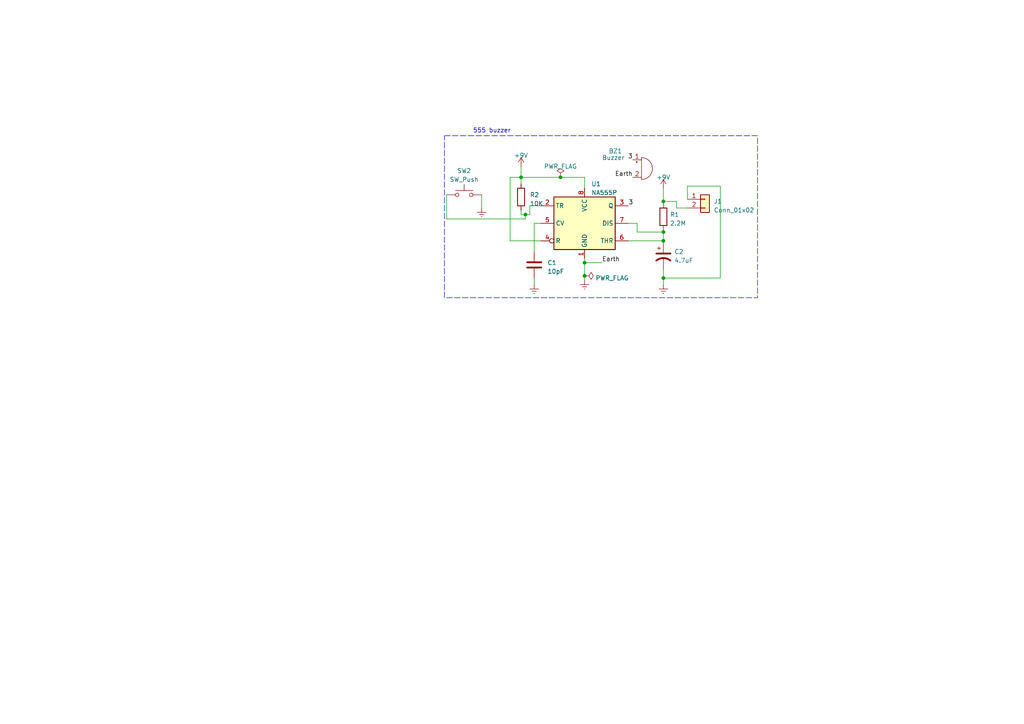
<source format=kicad_sch>
(kicad_sch (version 20230121) (generator eeschema)
  (paper "A4")
  (title_block (title "Acionamento de buzzer 555") (date "2023-12-27") (rev "1.0") (company "IFSP-GRU") (comment 2 "Israel R. Dutra "))
  (lib_symbols
    (symbol "Connector_Generic:Conn_01x02" (pin_names (offset 1.016) hide)
      (property "Reference" "J" (at 0 2.54 0))
      (property "Value" "Conn_01x02" (at 0 -5.08 0))
      (symbol "Conn_01x02_1_1"
        (rectangle (start -1.27 -2.413) (end 0 -2.667) (stroke (width 0.1524)))
        (rectangle (start -1.27 0.127) (end 0 -0.127) (stroke (width 0.1524)))
        (rectangle (start -1.27 1.27) (end 1.27 -3.81) (stroke (width 0.254)) (fill (type background)))
        (pin passive line (at -5.08 0 0) (length 3.81) (name "Pin_1") (number "1"))
        (pin passive line (at -5.08 -2.54 0) (length 3.81) (name "Pin_2") (number "2"))
      )
    )
    (symbol "Device:Buzzer" (pin_names (offset 0.0254) hide)
      (property "Reference" "BZ" (at 3.81 1.27 0))
      (property "Value" "Buzzer" (at 3.81 -1.27 0))
      (symbol "Buzzer_0_1"
        (arc (start 0 -3.175) (mid 3.1612 0) (end 0 3.175))
        (polyline (pts (xy -1.651 1.905) (xy -1.143 1.905)))
        (polyline (pts (xy -1.397 2.159) (xy -1.397 1.651)))
        (polyline (pts (xy 0 3.175) (xy 0 -3.175)))
      )
      (symbol "Buzzer_1_1"
        (pin passive line (at -2.54 2.54 0) (length 2.54) (name "-") (number "1"))
        (pin passive line (at -2.54 -2.54 0) (length 2.54) (name "+") (number "2"))
      )
    )
    (symbol "Device:C" (pin_numbers hide) (pin_names (offset 0.254))
      (property "Reference" "C" (at 0.635 2.54 0))
      (property "Value" "C" (at 0.635 -2.54 0))
      (symbol "C_0_1"
        (polyline (pts (xy -2.032 -0.762) (xy 2.032 -0.762)) (stroke (width 0.508)))
        (polyline (pts (xy -2.032 0.762) (xy 2.032 0.762)) (stroke (width 0.508)))
      )
      (symbol "C_1_1"
        (pin passive line (at 0 3.81 270) (length 2.794) (name "~") (number "1"))
        (pin passive line (at 0 -3.81 90) (length 2.794) (name "~") (number "2"))
      )
    )
    (symbol "Device:C_Polarized_US" (pin_numbers hide) (pin_names (offset 0.254) hide)
      (property "Reference" "C" (at 0.635 2.54 0))
      (property "Value" "C_Polarized_US" (at 0.635 -2.54 0))
      (symbol "C_Polarized_US_0_1"
        (polyline (pts (xy -2.032 0.762) (xy 2.032 0.762)) (stroke (width 0.508)))
        (polyline (pts (xy -1.778 2.286) (xy -0.762 2.286)))
        (polyline (pts (xy -1.27 1.778) (xy -1.27 2.794)))
        (arc (start 2.032 -1.27) (mid 0 -0.5572) (end -2.032 -1.27) (stroke (width 0.508)))
      )
      (symbol "C_Polarized_US_1_1"
        (pin passive line (at 0 3.81 270) (length 2.794) (name "~") (number "1"))
        (pin passive line (at 0 -3.81 90) (length 3.302) (name "~") (number "2"))
      )
    )
    (symbol "Device:R" (pin_numbers hide) (pin_names (offset 0))
      (property "Reference" "R" (at 2.032 0 90))
      (property "Value" "R" (at 0 0 90))
      (symbol "R_0_1"
        (rectangle (start -1.016 -2.54) (end 1.016 2.54) (stroke (width 0.254)))
      )
      (symbol "R_1_1"
        (pin passive line (at 0 3.81 270) (length 1.27) (name "~") (number "1"))
        (pin passive line (at 0 -3.81 90) (length 1.27) (name "~") (number "2"))
      )
    )
    (symbol "Switch:SW_Push" (pin_numbers hide) (pin_names (offset 1.016) hide)
      (property "Reference" "SW" (at 1.27 2.54 0))
      (property "Value" "SW_Push" (at 0 -1.524 0))
      (symbol "SW_Push_0_1"
        (circle (center -2.032 0) (radius 0.508))
        (polyline (pts (xy 0 1.27) (xy 0 3.048)))
        (polyline (pts (xy 2.54 1.27) (xy -2.54 1.27)))
        (circle (center 2.032 0) (radius 0.508))
        (pin passive line (at -5.08 0 0) (length 2.54) (name "1") (number "1"))
        (pin passive line (at 5.08 0 180) (length 2.54) (name "2") (number "2"))
      )
    )
    (symbol "Timer:NA555P"
      (property "Reference" "U" (at -10.16 8.89 0))
      (property "Value" "NA555P" (at 2.54 8.89 0))
      (symbol "NA555P_0_0"
        (pin power_in line (at 0 -10.16 90) (length 2.54) (name "GND") (number "1"))
        (pin power_in line (at 0 10.16 270) (length 2.54) (name "VCC") (number "8"))
      )
      (symbol "NA555P_0_1"
        (rectangle (start -8.89 -7.62) (end 8.89 7.62) (stroke (width 0.254)) (fill (type background)))
        (rectangle (start -8.89 -7.62) (end 8.89 7.62) (stroke (width 0.254)) (fill (type background)))
      )
      (symbol "NA555P_1_1"
        (pin input line (at -12.7 5.08 0) (length 3.81) (name "TR") (number "2"))
        (pin output line (at 12.7 5.08 180) (length 3.81) (name "Q") (number "3"))
        (pin input inverted (at -12.7 -5.08 0) (length 3.81) (name "R") (number "4"))
        (pin input line (at -12.7 0 0) (length 3.81) (name "CV") (number "5"))
        (pin input line (at 12.7 -5.08 180) (length 3.81) (name "THR") (number "6"))
        (pin input line (at 12.7 0 180) (length 3.81) (name "DIS") (number "7"))
      )
    )
    (symbol "power:+9V" (power) (pin_names (offset 0))
      (property "Value" "+9V" (at 0 3.556 0))
      (symbol "+9V_0_1"
        (polyline (pts (xy -0.762 1.27) (xy 0 2.54)))
        (polyline (pts (xy 0 0) (xy 0 2.54)))
        (polyline (pts (xy 0 2.54) (xy 0.762 1.27)))
      )
      (symbol "+9V_1_1"
        (pin power_in line (at 0 0 90) (length 0) hide (name "+9V") (number "1"))
      )
    )
    (symbol "power:Earth" (power) (pin_names (offset 0))
      (symbol "Earth_0_1"
        (polyline (pts (xy -0.635 -1.905) (xy 0.635 -1.905)))
        (polyline (pts (xy -0.127 -2.54) (xy 0.127 -2.54)))
        (polyline (pts (xy 0 -1.27) (xy 0 0)))
        (polyline (pts (xy 1.27 -1.27) (xy -1.27 -1.27)))
      )
      (symbol "Earth_1_1"
        (pin power_in line (at 0 0 270) (length 0) hide (name "Earth") (number "1"))
      )
    )
    (symbol "power:PWR_FLAG" (power) (pin_numbers hide) (pin_names (offset 0) hide)
      (property "Value" "PWR_FLAG" (at 0 3.81 0))
      (symbol "PWR_FLAG_0_0"
        (pin power_out line (at 0 0 90) (length 0) (name "pwr") (number "1"))
      )
      (symbol "PWR_FLAG_0_1"
        (polyline (pts (xy 0 0) (xy 0 1.27) (xy -1.016 1.905) (xy 0 2.54) (xy 1.016 1.905) (xy 0 1.27)))
      )
    )
  )
  (junction (at 151.13 51.435))
  (junction (at 192.405 69.85))
  (junction (at 152.4 62.23))
  (junction (at 192.405 80.645))
  (junction (at 192.405 58.42))
  (junction (at 169.545 76.2))
  (junction (at 169.545 80.01))
  (junction (at 162.56 51.435))
  (junction (at 192.405 67.31))
  (wire (pts (xy 208.915 80.645) (xy 192.405 80.645)))
  (wire (pts (xy 129.54 56.515) (xy 129.54 63.5)))
  (wire (pts (xy 153.67 59.69) (xy 156.845 59.69)))
  (wire (pts (xy 169.545 54.61) (xy 169.545 51.435)))
  (wire (pts (xy 184.785 67.31) (xy 192.405 67.31)))
  (wire (pts (xy 129.54 63.5) (xy 152.4 63.5)))
  (wire (pts (xy 169.545 76.2) (xy 174.625 76.2)))
  (wire (pts (xy 192.405 78.105) (xy 192.405 80.645)))
  (wire (pts (xy 152.4 62.23) (xy 153.67 62.23)))
  (wire (pts (xy 154.94 73.025) (xy 154.94 64.77)))
  (wire (pts (xy 184.785 64.77) (xy 182.245 64.77)))
  (wire (pts (xy 199.39 57.785) (xy 199.39 53.975)))
  (wire (pts (xy 196.215 60.325) (xy 196.215 58.42)))
  (wire (pts (xy 154.94 64.77) (xy 156.845 64.77)))
  (wire (pts (xy 192.405 66.675) (xy 192.405 67.31)))
  (wire (pts (xy 192.405 58.42) (xy 192.405 59.055)))
  (wire (pts (xy 154.94 82.55) (xy 154.94 80.645)))
  (wire (pts (xy 169.545 76.2) (xy 169.545 80.01)))
  (wire (pts (xy 196.215 58.42) (xy 192.405 58.42)))
  (wire (pts (xy 169.545 74.93) (xy 169.545 76.2)))
  (wire (pts (xy 139.7 56.515) (xy 139.7 60.325)))
  (wire (pts (xy 147.955 69.85) (xy 147.955 51.435)))
  (wire (pts (xy 147.955 51.435) (xy 151.13 51.435)))
  (wire (pts (xy 169.545 51.435) (xy 162.56 51.435)))
  (wire (pts (xy 199.39 53.975) (xy 208.915 53.975)))
  (wire (pts (xy 182.245 69.85) (xy 192.405 69.85)))
  (wire (pts (xy 192.405 54.61) (xy 192.405 58.42)))
  (wire (pts (xy 184.785 67.31) (xy 184.785 64.77)))
  (wire (pts (xy 156.845 69.85) (xy 147.955 69.85)))
  (wire (pts (xy 169.545 80.01) (xy 169.545 81.28)))
  (wire (pts (xy 208.915 53.975) (xy 208.915 80.645)))
  (wire (pts (xy 199.39 60.325) (xy 196.215 60.325)))
  (wire (pts (xy 192.405 69.85) (xy 192.405 70.485)))
  (wire (pts (xy 151.13 53.34) (xy 151.13 51.435)))
  (wire (pts (xy 192.405 67.31) (xy 192.405 69.85)))
  (wire (pts (xy 162.56 51.435) (xy 151.13 51.435)))
  (wire (pts (xy 152.4 62.23) (xy 151.13 62.23)))
  (wire (pts (xy 192.405 80.645) (xy 192.405 82.55)))
  (wire (pts (xy 151.13 51.435) (xy 151.13 48.26)))
  (wire (pts (xy 152.4 63.5) (xy 152.4 62.23)))
  (wire (pts (xy 151.13 62.23) (xy 151.13 60.96)))
  (wire (pts (xy 153.67 62.23) (xy 153.67 59.69)))
  (rectangle (start 128.905 39.37) (end 219.71 86.36) (stroke (width 0) (type dash)))
  (text "555 buzzer" (at 137.16 38.735 0) (effects (font (size 1.27 1.27)) (justify left bottom)))
  (label "Earth" (at 183.515 51.435 180))
  (label "3" (at 182.245 59.69 0))
  (label "3" (at 183.515 46.355 180))
  (label "Earth" (at 174.625 76.2 0))
  (symbol (lib_id "Device:C_Polarized_US") (at 192.405 74.295 0) (unit 1)
    (property "Reference" "C2" (at 195.58 73.025 0) (effects (justify left)))
    (property "Value" "4.7uF" (at 195.58 75.565 0) (effects (justify left)))
    (property "Footprint" "Capacitor_THT:CP_Radial_D5.0mm_P2.50mm" (effects hide))
  )
  (symbol (lib_id "Device:R") (at 192.405 62.865 0) (unit 1)
    (property "Reference" "R1" (at 194.31 62.23 0) (effects (justify left)))
    (property "Value" "2.2M" (at 194.31 64.77 0) (effects (justify left)))
    (property "Footprint" "Resistor_THT:R_Axial_DIN0207_L6.3mm_D2.5mm_P10.16mm_Horizontal" (effects hide))
  )
  (symbol (lib_id "power:+9V") (at 151.13 48.26 0) (unit 1)
    (property "Reference" "#PWR02" (effects hide))
    (property "Value" "+9V" (at 151.13 45.085 0))
  )
  (symbol (lib_id "power:Earth") (at 169.545 81.28 0) (unit 1)
    (property "Reference" "#PWR01" (effects hide))
    (property "Value" "Earth" (effects hide))
  )
  (symbol (lib_id "power:PWR_FLAG") (at 162.56 51.435 0) (unit 1)
    (property "Reference" "#FLG01" (effects hide))
    (property "Value" "PWR_FLAG" (at 162.56 48.26 0))
  )
  (symbol (lib_id "power:PWR_FLAG") (at 169.545 80.01 270) (unit 1)
    (property "Reference" "#FLG02" (effects hide))
    (property "Value" "PWR_FLAG" (at 172.72 80.645 90) (effects (justify left)))
  )
  (symbol (lib_id "Switch:SW_Push") (at 134.62 56.515 0) (unit 1)
    (property "Reference" "SW2" (at 134.62 49.53 0))
    (property "Value" "SW_Push" (at 134.62 52.07 0))
    (property "Footprint" "Button_Switch_THT:SW_PUSH_6mm" (effects hide))
  )
  (symbol (lib_id "power:Earth") (at 192.405 82.55 0) (unit 1)
    (property "Reference" "#PWR05" (effects hide))
    (property "Value" "Earth" (effects hide))
  )
  (symbol (lib_id "Device:R") (at 151.13 57.15 0) (unit 1)
    (property "Reference" "R2" (at 153.67 56.515 0) (effects (justify left)))
    (property "Value" "10K" (at 153.67 59.055 0) (effects (justify left)))
    (property "Footprint" "Resistor_THT:R_Axial_DIN0207_L6.3mm_D2.5mm_P10.16mm_Horizontal" (effects hide))
  )
  (symbol (lib_id "power:Earth") (at 154.94 82.55 0) (unit 1)
    (property "Reference" "#PWR07" (effects hide))
    (property "Value" "Earth" (effects hide))
  )
  (symbol (lib_id "Device:Buzzer") (at 186.055 48.895 0) (unit 1)
    (property "Reference" "BZ1" (at 176.53 43.815 0) (effects (justify left)))
    (property "Value" "Buzzer" (at 174.625 45.72 0) (effects (justify left)))
    (property "Footprint" "Buzzer_Beeper:Buzzer_12x9.5RM7.6" (effects hide))
  )
  (symbol (lib_id "Timer:NA555P") (at 169.545 64.77 0) (unit 1)
    (property "Reference" "U1" (at 171.5009 53.34 0) (effects (justify left)))
    (property "Value" "NA555P" (at 171.5009 55.88 0) (effects (justify left)))
    (property "Footprint" "Package_DIP:DIP-8_W7.62mm" (effects hide))
    (property "Datasheet" "http://www.ti.com/lit/ds/symlink/ne555.pdf" (effects hide))
  )
  (symbol (lib_id "power:+9V") (at 192.405 54.61 0) (unit 1)
    (property "Reference" "#PWR04" (effects hide))
    (property "Value" "+9V" (at 192.405 51.435 0))
  )
  (symbol (lib_id "Connector_Generic:Conn_01x02") (at 204.47 57.785 0) (unit 1)
    (property "Reference" "J1" (at 207.01 58.42 0) (effects (justify left)))
    (property "Value" "Conn_01x02" (at 207.01 60.96 0) (effects (justify left)))
    (property "Footprint" "Connector_PinSocket_2.00mm:PinSocket_2x01_P2.00mm_Vertical" (effects hide))
  )
  (symbol (lib_id "Device:C") (at 154.94 76.835 0) (unit 1)
    (property "Reference" "C1" (at 158.75 76.2 0) (effects (justify left)))
    (property "Value" "10pF" (at 158.75 78.74 0) (effects (justify left)))
    (property "Footprint" "Capacitor_THT:C_Disc_D3.0mm_W2.0mm_P2.50mm" (effects hide))
  )
  (symbol (lib_id "power:Earth") (at 139.7 60.325 0) (unit 1)
    (property "Reference" "#PWR06" (effects hide))
    (property "Value" "Earth" (effects hide))
  )
)
</source>
